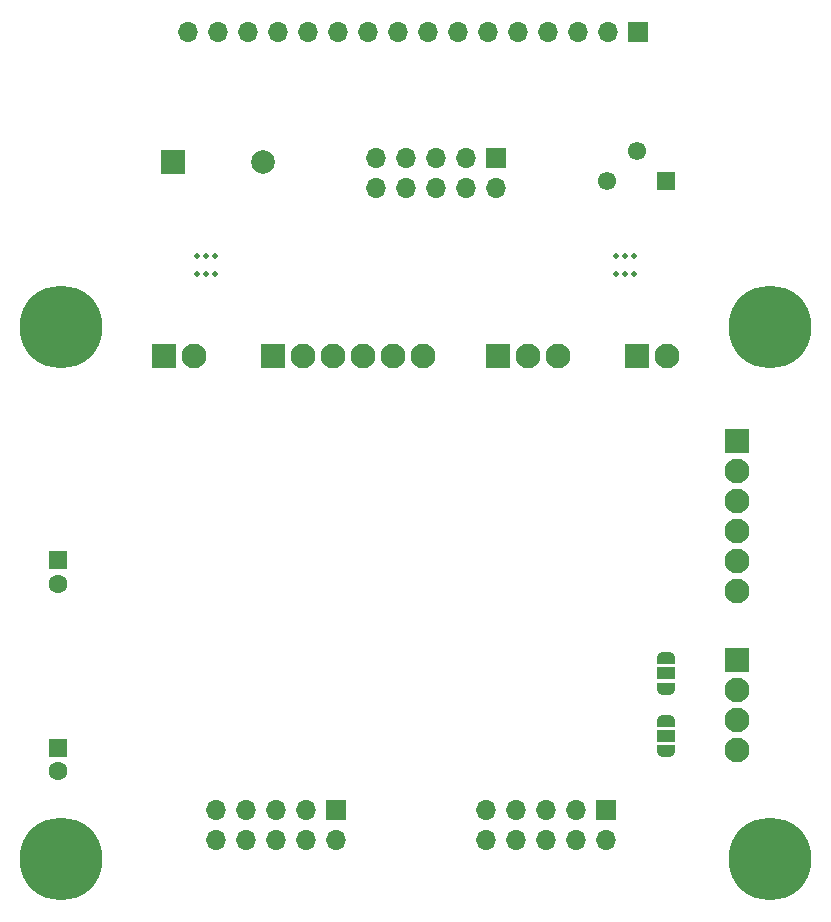
<source format=gbr>
%TF.GenerationSoftware,KiCad,Pcbnew,(6.0.6)*%
%TF.CreationDate,2022-12-21T22:14:54+09:00*%
%TF.ProjectId,SO2-GasSensor_DevelopmentKit_V1.0,534f322d-4761-4735-9365-6e736f725f44,rev?*%
%TF.SameCoordinates,Original*%
%TF.FileFunction,Soldermask,Bot*%
%TF.FilePolarity,Negative*%
%FSLAX46Y46*%
G04 Gerber Fmt 4.6, Leading zero omitted, Abs format (unit mm)*
G04 Created by KiCad (PCBNEW (6.0.6)) date 2022-12-21 22:14:54*
%MOMM*%
%LPD*%
G01*
G04 APERTURE LIST*
G04 Aperture macros list*
%AMFreePoly0*
4,1,22,0.550000,-0.750000,0.000000,-0.750000,0.000000,-0.745033,-0.079941,-0.743568,-0.215256,-0.701293,-0.333266,-0.622738,-0.424486,-0.514219,-0.481581,-0.384460,-0.499164,-0.250000,-0.500000,-0.250000,-0.500000,0.250000,-0.499164,0.250000,-0.499963,0.256109,-0.478152,0.396186,-0.417904,0.524511,-0.324060,0.630769,-0.204165,0.706417,-0.067858,0.745374,0.000000,0.744959,0.000000,0.750000,
0.550000,0.750000,0.550000,-0.750000,0.550000,-0.750000,$1*%
%AMFreePoly1*
4,1,20,0.000000,0.744959,0.073905,0.744508,0.209726,0.703889,0.328688,0.626782,0.421226,0.519385,0.479903,0.390333,0.500000,0.250000,0.500000,-0.250000,0.499851,-0.262216,0.476331,-0.402017,0.414519,-0.529596,0.319384,-0.634700,0.198574,-0.708877,0.061801,-0.746166,0.000000,-0.745033,0.000000,-0.750000,-0.550000,-0.750000,-0.550000,0.750000,0.000000,0.750000,0.000000,0.744959,
0.000000,0.744959,$1*%
G04 Aperture macros list end*
%ADD10R,2.100000X2.100000*%
%ADD11C,2.100000*%
%ADD12R,1.700000X1.700000*%
%ADD13O,1.700000X1.700000*%
%ADD14C,0.800000*%
%ADD15C,7.000000*%
%ADD16R,1.600000X1.600000*%
%ADD17C,1.600000*%
%ADD18C,0.500000*%
%ADD19R,1.550000X1.550000*%
%ADD20C,1.550000*%
%ADD21R,2.000000X2.000000*%
%ADD22C,2.000000*%
%ADD23FreePoly0,270.000000*%
%ADD24R,1.500000X1.000000*%
%ADD25FreePoly1,270.000000*%
G04 APERTURE END LIST*
D10*
%TO.C,J5*%
X67960000Y-124900000D03*
D11*
X70500000Y-124900000D03*
X73040000Y-124900000D03*
%TD*%
D12*
%TO.C,J1*%
X54300000Y-163400000D03*
D13*
X54300000Y-165940000D03*
X51760000Y-163400000D03*
X51760000Y-165940000D03*
X49220000Y-163400000D03*
X49220000Y-165940000D03*
X46680000Y-163400000D03*
X46680000Y-165940000D03*
X44140000Y-163400000D03*
X44140000Y-165940000D03*
%TD*%
D14*
%TO.C,H4*%
X89143845Y-120643845D03*
D15*
X91000000Y-122500000D03*
D14*
X92856155Y-120643845D03*
X88375000Y-122500000D03*
X93625000Y-122500000D03*
X92856155Y-124356155D03*
X89143845Y-124356155D03*
X91000000Y-125125000D03*
X91000000Y-119875000D03*
%TD*%
D10*
%TO.C,J4*%
X48920000Y-124900000D03*
D11*
X51460000Y-124900000D03*
X54000000Y-124900000D03*
X56540000Y-124900000D03*
X59080000Y-124900000D03*
X61620000Y-124900000D03*
%TD*%
D12*
%TO.C,J9*%
X67840000Y-108200000D03*
D13*
X67840000Y-110740000D03*
X65300000Y-108200000D03*
X65300000Y-110740000D03*
X62760000Y-108200000D03*
X62760000Y-110740000D03*
X60220000Y-108200000D03*
X60220000Y-110740000D03*
X57680000Y-108200000D03*
X57680000Y-110740000D03*
%TD*%
D14*
%TO.C,H1*%
X31000000Y-119875000D03*
X33625000Y-122500000D03*
X29143845Y-120643845D03*
X32856155Y-120643845D03*
X32856155Y-124356155D03*
X31000000Y-125125000D03*
D15*
X31000000Y-122500000D03*
D14*
X28375000Y-122500000D03*
X29143845Y-124356155D03*
%TD*%
D16*
%TO.C,C3*%
X30700000Y-158100000D03*
D17*
X30700000Y-160100000D03*
%TD*%
D18*
%TO.C,mouse-bite-2mm-slot*%
X79510000Y-118000000D03*
X78760000Y-118000000D03*
X79510000Y-116500000D03*
X78010000Y-118000000D03*
X78010000Y-116500000D03*
X78760000Y-116500000D03*
%TD*%
D10*
%TO.C,J2*%
X39750000Y-124900000D03*
D11*
X42290000Y-124900000D03*
%TD*%
D12*
%TO.C,J6*%
X77150000Y-163410000D03*
D13*
X77150000Y-165950000D03*
X74610000Y-163410000D03*
X74610000Y-165950000D03*
X72070000Y-163410000D03*
X72070000Y-165950000D03*
X69530000Y-163410000D03*
X69530000Y-165950000D03*
X66990000Y-163410000D03*
X66990000Y-165950000D03*
%TD*%
D18*
%TO.C,mouse-bite-2mm-slot*%
X42510000Y-118000000D03*
X43260000Y-116500000D03*
X43260000Y-118000000D03*
X44010000Y-118000000D03*
X44010000Y-116500000D03*
X42510000Y-116500000D03*
%TD*%
D10*
%TO.C,J7*%
X88250000Y-132150000D03*
D11*
X88250000Y-134690000D03*
X88250000Y-137230000D03*
X88250000Y-139770000D03*
X88250000Y-142310000D03*
X88250000Y-144850000D03*
%TD*%
D19*
%TO.C,RV1*%
X82250000Y-110090000D03*
D20*
X79750000Y-107590000D03*
X77250000Y-110090000D03*
%TD*%
D10*
%TO.C,J8*%
X88250000Y-150685000D03*
D11*
X88250000Y-153225000D03*
X88250000Y-155765000D03*
X88250000Y-158305000D03*
%TD*%
D12*
%TO.C,J10*%
X79810000Y-97500000D03*
D13*
X77270000Y-97500000D03*
X74730000Y-97500000D03*
X72190000Y-97500000D03*
X69650000Y-97500000D03*
X67110000Y-97500000D03*
X64570000Y-97500000D03*
X62030000Y-97500000D03*
X59490000Y-97500000D03*
X56950000Y-97500000D03*
X54410000Y-97500000D03*
X51870000Y-97500000D03*
X49330000Y-97500000D03*
X46790000Y-97500000D03*
X44250000Y-97500000D03*
X41710000Y-97500000D03*
%TD*%
D16*
%TO.C,C1*%
X30700000Y-142200000D03*
D17*
X30700000Y-144200000D03*
%TD*%
D21*
%TO.C,BZ1*%
X40450000Y-108500000D03*
D22*
X48050000Y-108500000D03*
%TD*%
D14*
%TO.C,H2*%
X29143845Y-169356155D03*
X31000000Y-164875000D03*
X28375000Y-167500000D03*
X31000000Y-170125000D03*
X29143845Y-165643845D03*
X32856155Y-165643845D03*
X32856155Y-169356155D03*
X33625000Y-167500000D03*
D15*
X31000000Y-167500000D03*
%TD*%
%TO.C,H3*%
X91000000Y-167500000D03*
D14*
X88375000Y-167500000D03*
X92856155Y-169356155D03*
X89143845Y-165643845D03*
X92856155Y-165643845D03*
X91000000Y-164875000D03*
X89143845Y-169356155D03*
X93625000Y-167500000D03*
X91000000Y-170125000D03*
%TD*%
D10*
%TO.C,J3*%
X79730000Y-124900000D03*
D11*
X82270000Y-124900000D03*
%TD*%
D23*
%TO.C,JP1*%
X82250000Y-155800000D03*
D24*
X82250000Y-157100000D03*
D25*
X82250000Y-158400000D03*
%TD*%
D23*
%TO.C,JP2*%
X82250000Y-150500000D03*
D24*
X82250000Y-151800000D03*
D25*
X82250000Y-153100000D03*
%TD*%
M02*

</source>
